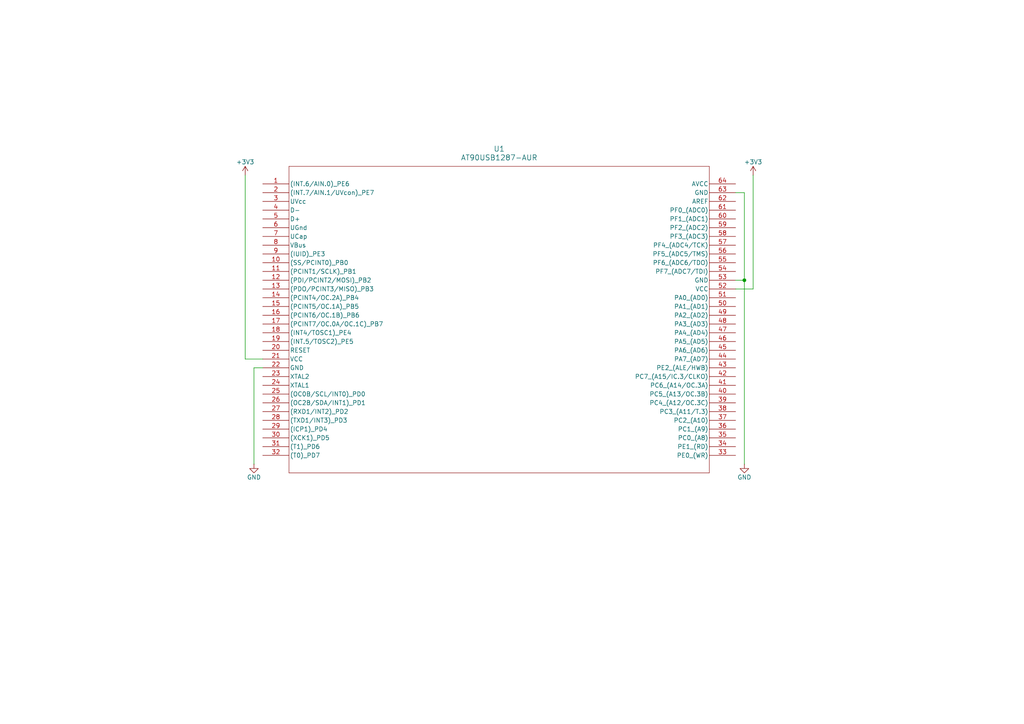
<source format=kicad_sch>
(kicad_sch (version 20231120) (generator "eeschema") (generator_version "8.0")
  (paper "A4")
  (title_block (company "Helena Hounds"))
  (lib_symbols
    (symbol "Dev_Board:AT90USB1287-AUR" (pin_names (offset 0.254))
      (property "Reference" "U" (at 68.58 10.16 0))
      (property "Value" "AT90USB1287-AUR" (at 68.58 7.62 0))
      (symbol "AT90USB1287-AUR_0_1"
        (polyline (pts (xy 7.62 -83.82) (xy 129.54 -83.82)) (stroke (width 0.127)))
        (polyline (pts (xy 7.62 5.08) (xy 7.62 -83.82)) (stroke (width 0.127)))
        (polyline (pts (xy 129.54 -83.82) (xy 129.54 5.08)) (stroke (width 0.127)))
        (polyline (pts (xy 129.54 5.08) (xy 7.62 5.08)) (stroke (width 0.127)))
        (pin bidirectional line (at 0 0 0) (length 7.62) (name "(INT.6/AIN.0)_PE6") (number "1"))
        (pin bidirectional line (at 0 -22.86 0) (length 7.62) (name "(SS/PCINT0)_PB0") (number "10"))
        (pin bidirectional line (at 0 -25.4 0) (length 7.62) (name "(PCINT1/SCLK)_PB1") (number "11"))
        (pin bidirectional line (at 0 -27.94 0) (length 7.62) (name "(PDI/PCINT2/MOSI)_PB2") (number "12"))
        (pin bidirectional line (at 0 -30.48 0) (length 7.62) (name "(PDO/PCINT3/MISO)_PB3") (number "13"))
        (pin bidirectional line (at 0 -33.02 0) (length 7.62) (name "(PCINT4/OC.2A)_PB4") (number "14"))
        (pin bidirectional line (at 0 -35.56 0) (length 7.62) (name "(PCINT5/OC.1A)_PB5") (number "15"))
        (pin bidirectional line (at 0 -38.1 0) (length 7.62) (name "(PCINT6/OC.1B)_PB6") (number "16"))
        (pin bidirectional line (at 0 -40.64 0) (length 7.62) (name "(PCINT7/OC.0A/OC.1C)_PB7") (number "17"))
        (pin bidirectional line (at 0 -43.18 0) (length 7.62) (name "(INT4/TOSC1)_PE4") (number "18"))
        (pin bidirectional line (at 0 -45.72 0) (length 7.62) (name "(INT.5/TOSC2)_PE5") (number "19"))
        (pin bidirectional line (at 0 -2.54 0) (length 7.62) (name "(INT.7/AIN.1/UVcon)_PE7") (number "2"))
        (pin input line (at 0 -48.26 0) (length 7.62) (name "RESET") (number "20"))
        (pin power_in line (at 0 -50.8 0) (length 7.62) (name "VCC") (number "21"))
        (pin power_in line (at 0 -53.34 0) (length 7.62) (name "GND") (number "22"))
        (pin output line (at 0 -55.88 0) (length 7.62) (name "XTAL2") (number "23"))
        (pin input line (at 0 -58.42 0) (length 7.62) (name "XTAL1") (number "24"))
        (pin bidirectional line (at 0 -60.96 0) (length 7.62) (name "(OC0B/SCL/INT0)_PD0") (number "25"))
        (pin bidirectional line (at 0 -63.5 0) (length 7.62) (name "(OC2B/SDA/INT1)_PD1") (number "26"))
        (pin bidirectional line (at 0 -66.04 0) (length 7.62) (name "(RXD1/INT2)_PD2") (number "27"))
        (pin bidirectional line (at 0 -68.58 0) (length 7.62) (name "(TXD1/INT3)_PD3") (number "28"))
        (pin bidirectional line (at 0 -71.12 0) (length 7.62) (name "(ICP1)_PD4") (number "29"))
        (pin bidirectional line (at 0 -5.08 0) (length 7.62) (name "UVcc") (number "3"))
        (pin bidirectional line (at 0 -73.66 0) (length 7.62) (name "(XCK1)_PD5") (number "30"))
        (pin bidirectional line (at 0 -76.2 0) (length 7.62) (name "(T1)_PD6") (number "31"))
        (pin bidirectional line (at 0 -78.74 0) (length 7.62) (name "(T0)_PD7") (number "32"))
        (pin bidirectional line (at 137.16 -78.74 180) (length 7.62) (name "PE0_(WR)") (number "33"))
        (pin bidirectional line (at 137.16 -76.2 180) (length 7.62) (name "PE1_(RD)") (number "34"))
        (pin bidirectional line (at 137.16 -73.66 180) (length 7.62) (name "PC0_(A8)") (number "35"))
        (pin bidirectional line (at 137.16 -71.12 180) (length 7.62) (name "PC1_(A9)") (number "36"))
        (pin bidirectional line (at 137.16 -68.58 180) (length 7.62) (name "PC2_(A10)") (number "37"))
        (pin bidirectional line (at 137.16 -66.04 180) (length 7.62) (name "PC3_(A11/T.3)") (number "38"))
        (pin bidirectional line (at 137.16 -63.5 180) (length 7.62) (name "PC4_(A12/OC.3C)") (number "39"))
        (pin unspecified line (at 0 -7.62 0) (length 7.62) (name "D-") (number "4"))
        (pin bidirectional line (at 137.16 -60.96 180) (length 7.62) (name "PC5_(A13/OC.3B)") (number "40"))
        (pin bidirectional line (at 137.16 -58.42 180) (length 7.62) (name "PC6_(A14/OC.3A)") (number "41"))
        (pin bidirectional line (at 137.16 -55.88 180) (length 7.62) (name "PC7_(A15/IC.3/CLKO)") (number "42"))
        (pin bidirectional line (at 137.16 -53.34 180) (length 7.62) (name "PE2_(ALE/HWB)") (number "43"))
        (pin bidirectional line (at 137.16 -50.8 180) (length 7.62) (name "PA7_(AD7)") (number "44"))
        (pin bidirectional line (at 137.16 -48.26 180) (length 7.62) (name "PA6_(AD6)") (number "45"))
        (pin bidirectional line (at 137.16 -45.72 180) (length 7.62) (name "PA5_(AD5)") (number "46"))
        (pin bidirectional line (at 137.16 -43.18 180) (length 7.62) (name "PA4_(AD4)") (number "47"))
        (pin bidirectional line (at 137.16 -40.64 180) (length 7.62) (name "PA3_(AD3)") (number "48"))
        (pin bidirectional line (at 137.16 -38.1 180) (length 7.62) (name "PA2_(AD2)") (number "49"))
        (pin unspecified line (at 0 -10.16 0) (length 7.62) (name "D+") (number "5"))
        (pin bidirectional line (at 137.16 -35.56 180) (length 7.62) (name "PA1_(AD1)") (number "50"))
        (pin bidirectional line (at 137.16 -33.02 180) (length 7.62) (name "PA0_(AD0)") (number "51"))
        (pin power_in line (at 137.16 -30.48 180) (length 7.62) (name "VCC") (number "52"))
        (pin power_in line (at 137.16 -27.94 180) (length 7.62) (name "GND") (number "53"))
        (pin bidirectional line (at 137.16 -25.4 180) (length 7.62) (name "PF7_(ADC7/TDI)") (number "54"))
        (pin bidirectional line (at 137.16 -22.86 180) (length 7.62) (name "PF6_(ADC6/TDO)") (number "55"))
        (pin bidirectional line (at 137.16 -20.32 180) (length 7.62) (name "PF5_(ADC5/TMS)") (number "56"))
        (pin bidirectional line (at 137.16 -17.78 180) (length 7.62) (name "PF4_(ADC4/TCK)") (number "57"))
        (pin bidirectional line (at 137.16 -15.24 180) (length 7.62) (name "PF3_(ADC3)") (number "58"))
        (pin bidirectional line (at 137.16 -12.7 180) (length 7.62) (name "PF2_(ADC2)") (number "59"))
        (pin power_in line (at 0 -12.7 0) (length 7.62) (name "UGnd") (number "6"))
        (pin bidirectional line (at 137.16 -10.16 180) (length 7.62) (name "PF1_(ADC1)") (number "60"))
        (pin bidirectional line (at 137.16 -7.62 180) (length 7.62) (name "PF0_(ADC0)") (number "61"))
        (pin unspecified line (at 137.16 -5.08 180) (length 7.62) (name "AREF") (number "62"))
        (pin power_in line (at 137.16 -2.54 180) (length 7.62) (name "GND") (number "63"))
        (pin power_in line (at 137.16 0 180) (length 7.62) (name "AVCC") (number "64"))
        (pin power_in line (at 0 -15.24 0) (length 7.62) (name "UCap") (number "7"))
        (pin power_in line (at 0 -17.78 0) (length 7.62) (name "VBus") (number "8"))
        (pin bidirectional line (at 0 -20.32 0) (length 7.62) (name "(IUID)_PE3") (number "9"))
      )
    )
    (symbol "power:+3V3" (power) (pin_numbers hide) (pin_names (offset 0) hide)
      (property "Value" "+3V3" (at 0 3.556 0))
      (symbol "+3V3_0_1"
        (polyline (pts (xy -0.762 1.27) (xy 0 2.54)))
        (polyline (pts (xy 0 0) (xy 0 2.54)))
        (polyline (pts (xy 0 2.54) (xy 0.762 1.27)))
      )
      (symbol "+3V3_1_1"
        (pin power_in line (at 0 0 90) (length 0) (name "~") (number "1"))
      )
    )
    (symbol "power:GND" (power) (pin_numbers hide) (pin_names (offset 0) hide)
      (property "Value" "GND" (at 0 -3.81 0))
      (symbol "GND_0_1"
        (polyline (pts (xy 0 0) (xy 0 -1.27) (xy 1.27 -1.27) (xy 0 -2.54) (xy -1.27 -1.27) (xy 0 -1.27)))
      )
      (symbol "GND_1_1"
        (pin power_in line (at 0 0 270) (length 0) (name "~") (number "1"))
      )
    )
  )
  (junction (at 215.9 81.28))
  (wire (pts (xy 215.9 81.28) (xy 213.36 81.28)))
  (wire (pts (xy 76.2 106.68) (xy 73.66 106.68)))
  (wire (pts (xy 73.66 106.68) (xy 73.66 134.62)))
  (wire (pts (xy 71.12 50.8) (xy 71.12 104.14)))
  (wire (pts (xy 213.36 83.82) (xy 218.44 83.82)))
  (wire (pts (xy 71.12 104.14) (xy 76.2 104.14)))
  (wire (pts (xy 213.36 55.88) (xy 215.9 55.88)))
  (wire (pts (xy 215.9 55.88) (xy 215.9 81.28)))
  (wire (pts (xy 218.44 50.8) (xy 218.44 83.82)))
  (wire (pts (xy 215.9 134.62) (xy 215.9 81.28)))
  (symbol (lib_id "power:GND") (at 215.9 134.62 0) (unit 1)
    (property "Reference" "#PWR02" (effects (hide yes)))
    (property "Value" "GND" (at 215.9 138.43 0))
    (property "Description" "Power symbol creates a global label with name \"GND\" , ground" (effects (hide yes)))
  )
  (symbol (lib_id "power:GND") (at 73.66 134.62 0) (unit 1)
    (property "Reference" "#PWR01" (effects (hide yes)))
    (property "Value" "GND" (at 73.66 138.43 0))
    (property "Description" "Power symbol creates a global label with name \"GND\" , ground" (effects (hide yes)))
  )
  (symbol (lib_id "Dev_Board:AT90USB1287-AUR") (at 76.2 53.34 0) (unit 1)
    (property "Reference" "U1" (at 144.78 43.18 0) (effects (font (size 1.524 1.524))))
    (property "Value" "AT90USB1287-AUR" (at 144.78 45.72 0) (effects (font (size 1.524 1.524))))
    (property "Footprint" "TQFP64_ATM" (effects (hide yes)))
    (property "Datasheet" "AT90USB1287-AUR" (effects (hide yes)))
  )
  (symbol (lib_id "power:+3V3") (at 218.44 50.8 0) (unit 1)
    (property "Reference" "#PWR04" (effects (hide yes)))
    (property "Value" "+3V3" (at 218.44 46.99 0))
    (property "Description" "Power symbol creates a global label with name \"+3V3\"" (effects (hide yes)))
  )
  (symbol (lib_id "power:+3V3") (at 71.12 50.8 0) (unit 1)
    (property "Reference" "#PWR03" (effects (hide yes)))
    (property "Value" "+3V3" (at 71.12 46.99 0))
    (property "Description" "Power symbol creates a global label with name \"+3V3\"" (effects (hide yes)))
  )
)
</source>
